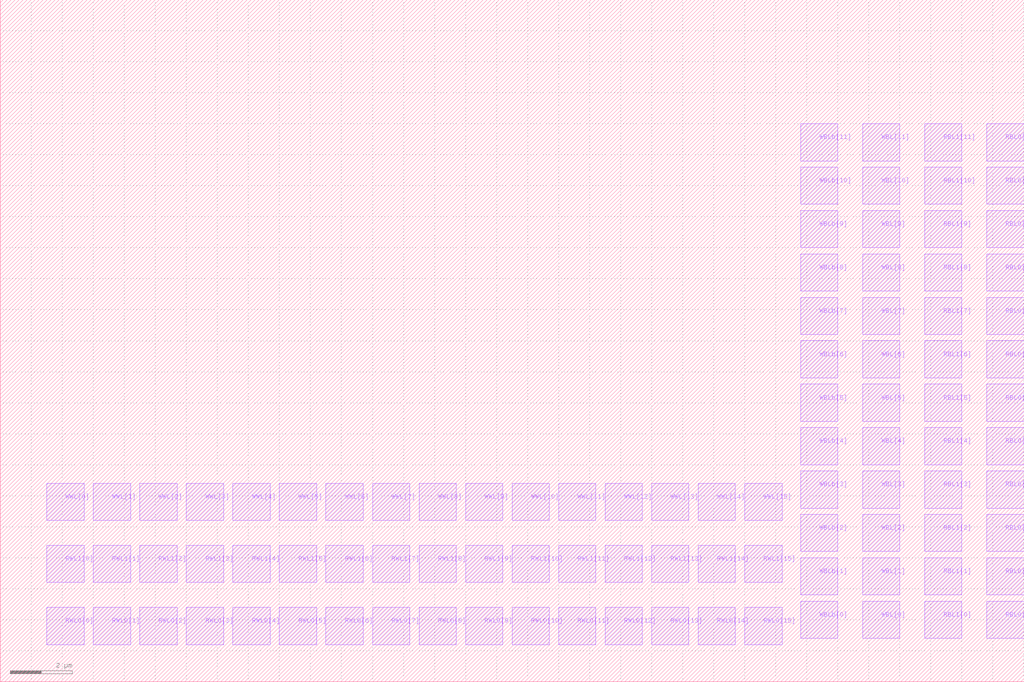
<source format=lef>
VERSION 5.7 ;
  NOWIREEXTENSIONATPIN ON ;
  DIVIDERCHAR "/" ;
  BUSBITCHARS "[]" ;
MACRO toysram_16x12
  CLASS BLOCK ;
  FOREIGN toysram_16x12 ;
  ORIGIN 0.000 0.000 ;
  SIZE 33.000 BY 22.000 ;
  PIN RWL0[0]
    DIRECTION INPUT ;
    USE SIGNAL ;
    PORT
      LAYER li1 ;
        RECT 1.500 1.200 2.700 2.400 ;
    END
  END RWL0[0]
  PIN RWL0[1]
    DIRECTION INPUT ;
    USE SIGNAL ;
    PORT
      LAYER li1 ;
        RECT 3.000 1.200 4.200 2.400 ;
    END
  END RWL0[1]
  PIN RWL0[2]
    DIRECTION INPUT ;
    USE SIGNAL ;
    PORT
      LAYER li1 ;
        RECT 4.500 1.200 5.700 2.400 ;
    END
  END RWL0[2]
  PIN RWL0[3]
    DIRECTION INPUT ;
    USE SIGNAL ;
    PORT
      LAYER li1 ;
        RECT 6.000 1.200 7.200 2.400 ;
    END
  END RWL0[3]
  PIN RWL0[4]
    DIRECTION INPUT ;
    USE SIGNAL ;
    PORT
      LAYER li1 ;
        RECT 7.500 1.200 8.700 2.400 ;
    END
  END RWL0[4]
  PIN RWL0[5]
    DIRECTION INPUT ;
    USE SIGNAL ;
    PORT
      LAYER li1 ;
        RECT 9.000 1.200 10.200 2.400 ;
    END
  END RWL0[5]
  PIN RWL0[6]
    DIRECTION INPUT ;
    USE SIGNAL ;
    PORT
      LAYER li1 ;
        RECT 10.500 1.200 11.700 2.400 ;
    END
  END RWL0[6]
  PIN RWL0[7]
    DIRECTION INPUT ;
    USE SIGNAL ;
    PORT
      LAYER li1 ;
        RECT 12.000 1.200 13.200 2.400 ;
    END
  END RWL0[7]
  PIN RWL0[8]
    DIRECTION INPUT ;
    USE SIGNAL ;
    PORT
      LAYER li1 ;
        RECT 13.500 1.200 14.700 2.400 ;
    END
  END RWL0[8]
  PIN RWL0[9]
    DIRECTION INPUT ;
    USE SIGNAL ;
    PORT
      LAYER li1 ;
        RECT 15.000 1.200 16.200 2.400 ;
    END
  END RWL0[9]
  PIN RWL0[10]
    DIRECTION INPUT ;
    USE SIGNAL ;
    PORT
      LAYER li1 ;
        RECT 16.500 1.200 17.700 2.400 ;
    END
  END RWL0[10]
  PIN RWL0[11]
    DIRECTION INPUT ;
    USE SIGNAL ;
    PORT
      LAYER li1 ;
        RECT 18.000 1.200 19.200 2.400 ;
    END
  END RWL0[11]
  PIN RWL0[12]
    DIRECTION INPUT ;
    USE SIGNAL ;
    PORT
      LAYER li1 ;
        RECT 19.500 1.200 20.700 2.400 ;
    END
  END RWL0[12]
  PIN RWL0[13]
    DIRECTION INPUT ;
    USE SIGNAL ;
    PORT
      LAYER li1 ;
        RECT 21.000 1.200 22.200 2.400 ;
    END
  END RWL0[13]
  PIN RWL0[14]
    DIRECTION INPUT ;
    USE SIGNAL ;
    PORT
      LAYER li1 ;
        RECT 22.500 1.200 23.700 2.400 ;
    END
  END RWL0[14]
  PIN RWL0[15]
    DIRECTION INPUT ;
    USE SIGNAL ;
    PORT
      LAYER li1 ;
        RECT 24.000 1.200 25.200 2.400 ;
    END
  END RWL0[15]
  PIN RWL1[0]
    DIRECTION INPUT ;
    USE SIGNAL ;
    PORT
      LAYER li1 ;
        RECT 1.500 3.200 2.700 4.400 ;
    END
  END RWL1[0]
  PIN RWL1[1]
    DIRECTION INPUT ;
    USE SIGNAL ;
    PORT
      LAYER li1 ;
        RECT 3.000 3.200 4.200 4.400 ;
    END
  END RWL1[1]
  PIN RWL1[2]
    DIRECTION INPUT ;
    USE SIGNAL ;
    PORT
      LAYER li1 ;
        RECT 4.500 3.200 5.700 4.400 ;
    END
  END RWL1[2]
  PIN RWL1[3]
    DIRECTION INPUT ;
    USE SIGNAL ;
    PORT
      LAYER li1 ;
        RECT 6.000 3.200 7.200 4.400 ;
    END
  END RWL1[3]
  PIN RWL1[4]
    DIRECTION INPUT ;
    USE SIGNAL ;
    PORT
      LAYER li1 ;
        RECT 7.500 3.200 8.700 4.400 ;
    END
  END RWL1[4]
  PIN RWL1[5]
    DIRECTION INPUT ;
    USE SIGNAL ;
    PORT
      LAYER li1 ;
        RECT 9.000 3.200 10.200 4.400 ;
    END
  END RWL1[5]
  PIN RWL1[6]
    DIRECTION INPUT ;
    USE SIGNAL ;
    PORT
      LAYER li1 ;
        RECT 10.500 3.200 11.700 4.400 ;
    END
  END RWL1[6]
  PIN RWL1[7]
    DIRECTION INPUT ;
    USE SIGNAL ;
    PORT
      LAYER li1 ;
        RECT 12.000 3.200 13.200 4.400 ;
    END
  END RWL1[7]
  PIN RWL1[8]
    DIRECTION INPUT ;
    USE SIGNAL ;
    PORT
      LAYER li1 ;
        RECT 13.500 3.200 14.700 4.400 ;
    END
  END RWL1[8]
  PIN RWL1[9]
    DIRECTION INPUT ;
    USE SIGNAL ;
    PORT
      LAYER li1 ;
        RECT 15.000 3.200 16.200 4.400 ;
    END
  END RWL1[9]
  PIN RWL1[10]
    DIRECTION INPUT ;
    USE SIGNAL ;
    PORT
      LAYER li1 ;
        RECT 16.500 3.200 17.700 4.400 ;
    END
  END RWL1[10]
  PIN RWL1[11]
    DIRECTION INPUT ;
    USE SIGNAL ;
    PORT
      LAYER li1 ;
        RECT 18.000 3.200 19.200 4.400 ;
    END
  END RWL1[11]
  PIN RWL1[12]
    DIRECTION INPUT ;
    USE SIGNAL ;
    PORT
      LAYER li1 ;
        RECT 19.500 3.200 20.700 4.400 ;
    END
  END RWL1[12]
  PIN RWL1[13]
    DIRECTION INPUT ;
    USE SIGNAL ;
    PORT
      LAYER li1 ;
        RECT 21.000 3.200 22.200 4.400 ;
    END
  END RWL1[13]
  PIN RWL1[14]
    DIRECTION INPUT ;
    USE SIGNAL ;
    PORT
      LAYER li1 ;
        RECT 22.500 3.200 23.700 4.400 ;
    END
  END RWL1[14]
  PIN RWL1[15]
    DIRECTION INPUT ;
    USE SIGNAL ;
    PORT
      LAYER li1 ;
        RECT 24.000 3.200 25.200 4.400 ;
    END
  END RWL1[15]
  PIN WWL[0]
    DIRECTION INPUT ;
    USE SIGNAL ;
    PORT
      LAYER li1 ;
        RECT 1.500 5.200 2.700 6.400 ;
    END
  END WWL[0]
  PIN WWL[1]
    DIRECTION INPUT ;
    USE SIGNAL ;
    PORT
      LAYER li1 ;
        RECT 3.000 5.200 4.200 6.400 ;
    END
  END WWL[1]
  PIN WWL[2]
    DIRECTION INPUT ;
    USE SIGNAL ;
    PORT
      LAYER li1 ;
        RECT 4.500 5.200 5.700 6.400 ;
    END
  END WWL[2]
  PIN WWL[3]
    DIRECTION INPUT ;
    USE SIGNAL ;
    PORT
      LAYER li1 ;
        RECT 6.000 5.200 7.200 6.400 ;
    END
  END WWL[3]
  PIN WWL[4]
    DIRECTION INPUT ;
    USE SIGNAL ;
    PORT
      LAYER li1 ;
        RECT 7.500 5.200 8.700 6.400 ;
    END
  END WWL[4]
  PIN WWL[5]
    DIRECTION INPUT ;
    USE SIGNAL ;
    PORT
      LAYER li1 ;
        RECT 9.000 5.200 10.200 6.400 ;
    END
  END WWL[5]
  PIN WWL[6]
    DIRECTION INPUT ;
    USE SIGNAL ;
    PORT
      LAYER li1 ;
        RECT 10.500 5.200 11.700 6.400 ;
    END
  END WWL[6]
  PIN WWL[7]
    DIRECTION INPUT ;
    USE SIGNAL ;
    PORT
      LAYER li1 ;
        RECT 12.000 5.200 13.200 6.400 ;
    END
  END WWL[7]
  PIN WWL[8]
    DIRECTION INPUT ;
    USE SIGNAL ;
    PORT
      LAYER li1 ;
        RECT 13.500 5.200 14.700 6.400 ;
    END
  END WWL[8]
  PIN WWL[9]
    DIRECTION INPUT ;
    USE SIGNAL ;
    PORT
      LAYER li1 ;
        RECT 15.000 5.200 16.200 6.400 ;
    END
  END WWL[9]
  PIN WWL[10]
    DIRECTION INPUT ;
    USE SIGNAL ;
    PORT
      LAYER li1 ;
        RECT 16.500 5.200 17.700 6.400 ;
    END
  END WWL[10]
  PIN WWL[11]
    DIRECTION INPUT ;
    USE SIGNAL ;
    PORT
      LAYER li1 ;
        RECT 18.000 5.200 19.200 6.400 ;
    END
  END WWL[11]
  PIN WWL[12]
    DIRECTION INPUT ;
    USE SIGNAL ;
    PORT
      LAYER li1 ;
        RECT 19.500 5.200 20.700 6.400 ;
    END
  END WWL[12]
  PIN WWL[13]
    DIRECTION INPUT ;
    USE SIGNAL ;
    PORT
      LAYER li1 ;
        RECT 21.000 5.200 22.200 6.400 ;
    END
  END WWL[13]
  PIN WWL[14]
    DIRECTION INPUT ;
    USE SIGNAL ;
    PORT
      LAYER li1 ;
        RECT 22.500 5.200 23.700 6.400 ;
    END
  END WWL[14]
  PIN WWL[15]
    DIRECTION INPUT ;
    USE SIGNAL ;
    PORT
      LAYER li1 ;
        RECT 24.000 5.200 25.200 6.400 ;
    END
  END WWL[15]
  PIN RBL0[0]
    DIRECTION OUTPUT TRISTATE ;
    USE SIGNAL ;
    PORT
      LAYER li1 ;
        RECT 31.800 1.400 33.000 2.600 ;
    END
  END RBL0[0]
  PIN RBL0[1]
    DIRECTION OUTPUT TRISTATE ;
    USE SIGNAL ;
    PORT
      LAYER li1 ;
        RECT 31.800 2.800 33.000 4.000 ;
    END
  END RBL0[1]
  PIN RBL0[2]
    DIRECTION OUTPUT TRISTATE ;
    USE SIGNAL ;
    PORT
      LAYER li1 ;
        RECT 31.800 4.200 33.000 5.400 ;
    END
  END RBL0[2]
  PIN RBL0[3]
    DIRECTION OUTPUT TRISTATE ;
    USE SIGNAL ;
    PORT
      LAYER li1 ;
        RECT 31.800 5.600 33.000 6.800 ;
    END
  END RBL0[3]
  PIN RBL0[4]
    DIRECTION OUTPUT TRISTATE ;
    USE SIGNAL ;
    PORT
      LAYER li1 ;
        RECT 31.800 7.000 33.000 8.200 ;
    END
  END RBL0[4]
  PIN RBL0[5]
    DIRECTION OUTPUT TRISTATE ;
    USE SIGNAL ;
    PORT
      LAYER li1 ;
        RECT 31.800 8.400 33.000 9.600 ;
    END
  END RBL0[5]
  PIN RBL0[6]
    DIRECTION OUTPUT TRISTATE ;
    USE SIGNAL ;
    PORT
      LAYER li1 ;
        RECT 31.800 9.800 33.000 11.000 ;
    END
  END RBL0[6]
  PIN RBL0[7]
    DIRECTION OUTPUT TRISTATE ;
    USE SIGNAL ;
    PORT
      LAYER li1 ;
        RECT 31.800 11.200 33.000 12.400 ;
    END
  END RBL0[7]
  PIN RBL0[8]
    DIRECTION OUTPUT TRISTATE ;
    USE SIGNAL ;
    PORT
      LAYER li1 ;
        RECT 31.800 12.600 33.000 13.800 ;
    END
  END RBL0[8]
  PIN RBL0[9]
    DIRECTION OUTPUT TRISTATE ;
    USE SIGNAL ;
    PORT
      LAYER li1 ;
        RECT 31.800 14.000 33.000 15.200 ;
    END
  END RBL0[9]
  PIN RBL0[10]
    DIRECTION OUTPUT TRISTATE ;
    USE SIGNAL ;
    PORT
      LAYER li1 ;
        RECT 31.800 15.400 33.000 16.600 ;
    END
  END RBL0[10]
  PIN RBL0[11]
    DIRECTION OUTPUT TRISTATE ;
    USE SIGNAL ;
    PORT
      LAYER li1 ;
        RECT 31.800 16.800 33.000 18.000 ;
    END
  END RBL0[11]
  PIN RBL1[0]
    DIRECTION OUTPUT TRISTATE ;
    USE SIGNAL ;
    PORT
      LAYER li1 ;
        RECT 29.800 1.400 31.000 2.600 ;
    END
  END RBL1[0]
  PIN RBL1[1]
    DIRECTION OUTPUT TRISTATE ;
    USE SIGNAL ;
    PORT
      LAYER li1 ;
        RECT 29.800 2.800 31.000 4.000 ;
    END
  END RBL1[1]
  PIN RBL1[2]
    DIRECTION OUTPUT TRISTATE ;
    USE SIGNAL ;
    PORT
      LAYER li1 ;
        RECT 29.800 4.200 31.000 5.400 ;
    END
  END RBL1[2]
  PIN RBL1[3]
    DIRECTION OUTPUT TRISTATE ;
    USE SIGNAL ;
    PORT
      LAYER li1 ;
        RECT 29.800 5.600 31.000 6.800 ;
    END
  END RBL1[3]
  PIN RBL1[4]
    DIRECTION OUTPUT TRISTATE ;
    USE SIGNAL ;
    PORT
      LAYER li1 ;
        RECT 29.800 7.000 31.000 8.200 ;
    END
  END RBL1[4]
  PIN RBL1[5]
    DIRECTION OUTPUT TRISTATE ;
    USE SIGNAL ;
    PORT
      LAYER li1 ;
        RECT 29.800 8.400 31.000 9.600 ;
    END
  END RBL1[5]
  PIN RBL1[6]
    DIRECTION OUTPUT TRISTATE ;
    USE SIGNAL ;
    PORT
      LAYER li1 ;
        RECT 29.800 9.800 31.000 11.000 ;
    END
  END RBL1[6]
  PIN RBL1[7]
    DIRECTION OUTPUT TRISTATE ;
    USE SIGNAL ;
    PORT
      LAYER li1 ;
        RECT 29.800 11.200 31.000 12.400 ;
    END
  END RBL1[7]
  PIN RBL1[8]
    DIRECTION OUTPUT TRISTATE ;
    USE SIGNAL ;
    PORT
      LAYER li1 ;
        RECT 29.800 12.600 31.000 13.800 ;
    END
  END RBL1[8]
  PIN RBL1[9]
    DIRECTION OUTPUT TRISTATE ;
    USE SIGNAL ;
    PORT
      LAYER li1 ;
        RECT 29.800 14.000 31.000 15.200 ;
    END
  END RBL1[9]
  PIN RBL1[10]
    DIRECTION OUTPUT TRISTATE ;
    USE SIGNAL ;
    PORT
      LAYER li1 ;
        RECT 29.800 15.400 31.000 16.600 ;
    END
  END RBL1[10]
  PIN RBL1[11]
    DIRECTION OUTPUT TRISTATE ;
    USE SIGNAL ;
    PORT
      LAYER li1 ;
        RECT 29.800 16.800 31.000 18.000 ;
    END
  END RBL1[11]
  PIN WBL[0]
    DIRECTION INPUT ;
    USE SIGNAL ;
    PORT
      LAYER li1 ;
        RECT 27.800 1.400 29.000 2.600 ;
    END
  END WBL[0]
  PIN WBL[1]
    DIRECTION INPUT ;
    USE SIGNAL ;
    PORT
      LAYER li1 ;
        RECT 27.800 2.800 29.000 4.000 ;
    END
  END WBL[1]
  PIN WBL[2]
    DIRECTION INPUT ;
    USE SIGNAL ;
    PORT
      LAYER li1 ;
        RECT 27.800 4.200 29.000 5.400 ;
    END
  END WBL[2]
  PIN WBL[3]
    DIRECTION INPUT ;
    USE SIGNAL ;
    PORT
      LAYER li1 ;
        RECT 27.800 5.600 29.000 6.800 ;
    END
  END WBL[3]
  PIN WBL[4]
    DIRECTION INPUT ;
    USE SIGNAL ;
    PORT
      LAYER li1 ;
        RECT 27.800 7.000 29.000 8.200 ;
    END
  END WBL[4]
  PIN WBL[5]
    DIRECTION INPUT ;
    USE SIGNAL ;
    PORT
      LAYER li1 ;
        RECT 27.800 8.400 29.000 9.600 ;
    END
  END WBL[5]
  PIN WBL[6]
    DIRECTION INPUT ;
    USE SIGNAL ;
    PORT
      LAYER li1 ;
        RECT 27.800 9.800 29.000 11.000 ;
    END
  END WBL[6]
  PIN WBL[7]
    DIRECTION INPUT ;
    USE SIGNAL ;
    PORT
      LAYER li1 ;
        RECT 27.800 11.200 29.000 12.400 ;
    END
  END WBL[7]
  PIN WBL[8]
    DIRECTION INPUT ;
    USE SIGNAL ;
    PORT
      LAYER li1 ;
        RECT 27.800 12.600 29.000 13.800 ;
    END
  END WBL[8]
  PIN WBL[9]
    DIRECTION INPUT ;
    USE SIGNAL ;
    PORT
      LAYER li1 ;
        RECT 27.800 14.000 29.000 15.200 ;
    END
  END WBL[9]
  PIN WBL[10]
    DIRECTION INPUT ;
    USE SIGNAL ;
    PORT
      LAYER li1 ;
        RECT 27.800 15.400 29.000 16.600 ;
    END
  END WBL[10]
  PIN WBL[11]
    DIRECTION INPUT ;
    USE SIGNAL ;
    PORT
      LAYER li1 ;
        RECT 27.800 16.800 29.000 18.000 ;
    END
  END WBL[11]
  PIN WBLb[0]
    DIRECTION INPUT ;
    USE SIGNAL ;
    PORT
      LAYER li1 ;
        RECT 25.800 1.400 27.000 2.600 ;
    END
  END WBLb[0]
  PIN WBLb[1]
    DIRECTION INPUT ;
    USE SIGNAL ;
    PORT
      LAYER li1 ;
        RECT 25.800 2.800 27.000 4.000 ;
    END
  END WBLb[1]
  PIN WBLb[2]
    DIRECTION INPUT ;
    USE SIGNAL ;
    PORT
      LAYER li1 ;
        RECT 25.800 4.200 27.000 5.400 ;
    END
  END WBLb[2]
  PIN WBLb[3]
    DIRECTION INPUT ;
    USE SIGNAL ;
    PORT
      LAYER li1 ;
        RECT 25.800 5.600 27.000 6.800 ;
    END
  END WBLb[3]
  PIN WBLb[4]
    DIRECTION INPUT ;
    USE SIGNAL ;
    PORT
      LAYER li1 ;
        RECT 25.800 7.000 27.000 8.200 ;
    END
  END WBLb[4]
  PIN WBLb[5]
    DIRECTION INPUT ;
    USE SIGNAL ;
    PORT
      LAYER li1 ;
        RECT 25.800 8.400 27.000 9.600 ;
    END
  END WBLb[5]
  PIN WBLb[6]
    DIRECTION INPUT ;
    USE SIGNAL ;
    PORT
      LAYER li1 ;
        RECT 25.800 9.800 27.000 11.000 ;
    END
  END WBLb[6]
  PIN WBLb[7]
    DIRECTION INPUT ;
    USE SIGNAL ;
    PORT
      LAYER li1 ;
        RECT 25.800 11.200 27.000 12.400 ;
    END
  END WBLb[7]
  PIN WBLb[8]
    DIRECTION INPUT ;
    USE SIGNAL ;
    PORT
      LAYER li1 ;
        RECT 25.800 12.600 27.000 13.800 ;
    END
  END WBLb[8]
  PIN WBLb[9]
    DIRECTION INPUT ;
    USE SIGNAL ;
    PORT
      LAYER li1 ;
        RECT 25.800 14.000 27.000 15.200 ;
    END
  END WBLb[9]
  PIN WBLb[10]
    DIRECTION INPUT ;
    USE SIGNAL ;
    PORT
      LAYER li1 ;
        RECT 25.800 15.400 27.000 16.600 ;
    END
  END WBLb[10]
  PIN WBLb[11]
    DIRECTION INPUT ;
    USE SIGNAL ;
    PORT
      LAYER li1 ;
        RECT 25.800 16.800 27.000 18.000 ;
    END
  END WBLb[11]
END toysram_16x12
END LIBRARY


</source>
